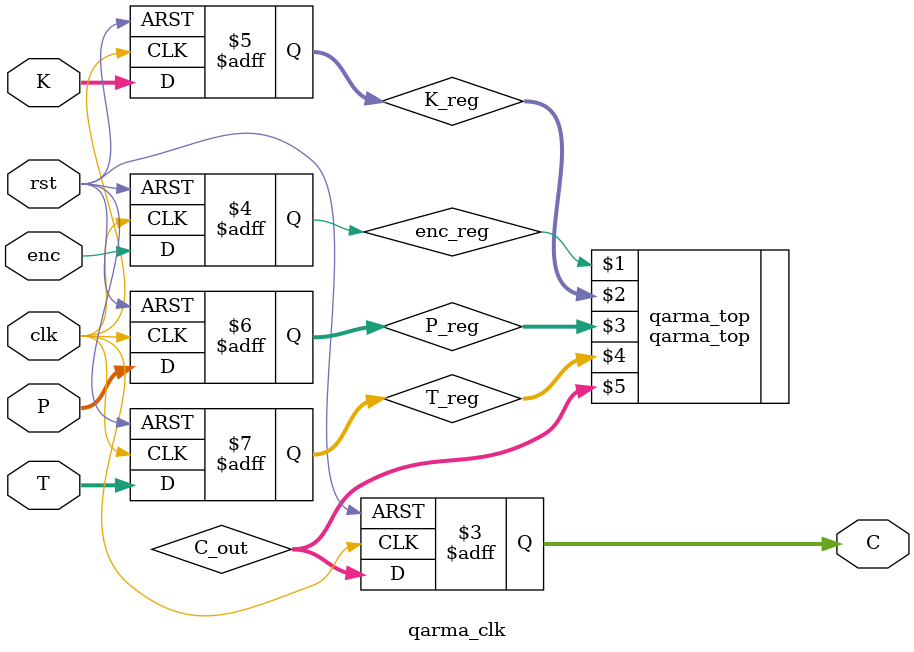
<source format=v>
module qarma_clk
    (
        input wire clk,
		input wire rst,
		input wire enc,
		input wire[255:0] K, 
        input wire[127:0] P, 
        input wire[127:0] T, 
        output reg[127:0] C
    );
	localparam n = 128;
	reg enc_reg;
	reg [2*n-1:0] K_reg;
	reg [n-1:0] P_reg;
	reg [n-1:0] T_reg;
	wire [n-1:0] C_out;
	
	qarma_top qarma_top(enc_reg, K_reg, P_reg, T_reg, C_out);


	always@(posedge clk or negedge rst) begin: aclk
        if (rst == 0) begin: clkb1
			enc_reg <= 0;
            K_reg <= 0;
            P_reg <= 0;
            T_reg <= 0; 
            C <= 0;
        end
        else begin: clkb2
			enc_reg <= enc;
            K_reg <= K;
            P_reg <= P;
            T_reg <= T; 
            C <= C_out;
        end

    end
	
endmodule
</source>
